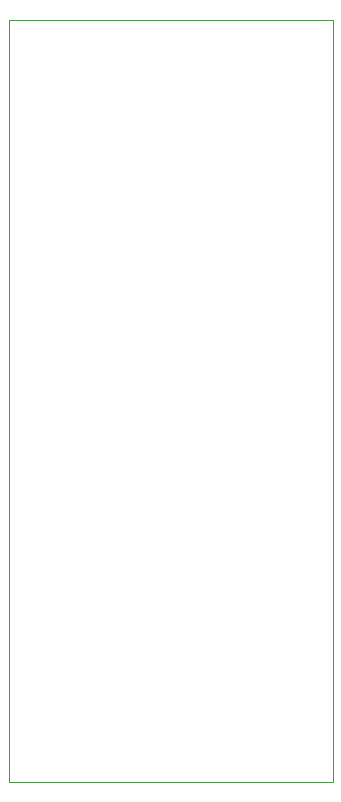
<source format=gbr>
%TF.GenerationSoftware,KiCad,Pcbnew,8.0.5*%
%TF.CreationDate,2024-11-15T12:40:48+00:00*%
%TF.ProjectId,TIMPS2KeyMini,54494d50-5332-44b6-9579-4d696e692e6b,rev?*%
%TF.SameCoordinates,Original*%
%TF.FileFunction,Profile,NP*%
%FSLAX46Y46*%
G04 Gerber Fmt 4.6, Leading zero omitted, Abs format (unit mm)*
G04 Created by KiCad (PCBNEW 8.0.5) date 2024-11-15 12:40:48*
%MOMM*%
%LPD*%
G01*
G04 APERTURE LIST*
%TA.AperFunction,Profile*%
%ADD10C,0.100000*%
%TD*%
G04 APERTURE END LIST*
D10*
X111925000Y-39210000D02*
X139375000Y-39210000D01*
X139375000Y-103760000D01*
X111925000Y-103760000D01*
X111925000Y-39210000D01*
M02*

</source>
